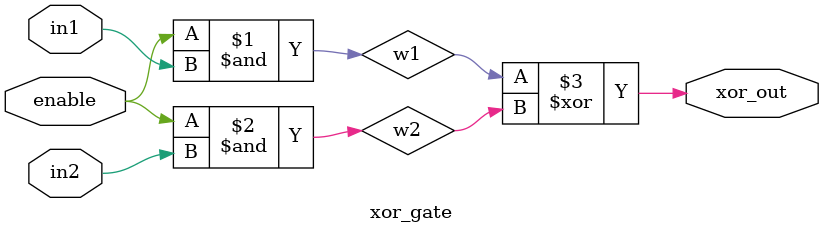
<source format=v>
module xor_gate (
    input wire in1, 
    input wire in2,
    input wire enable,
    output wire xor_out
    );

wire w1, w2;

and u0 (w1, enable, in1);
and u1 (w2, enable, in2);

xor u2 (xor_out, w1, w2);

endmodule

</source>
